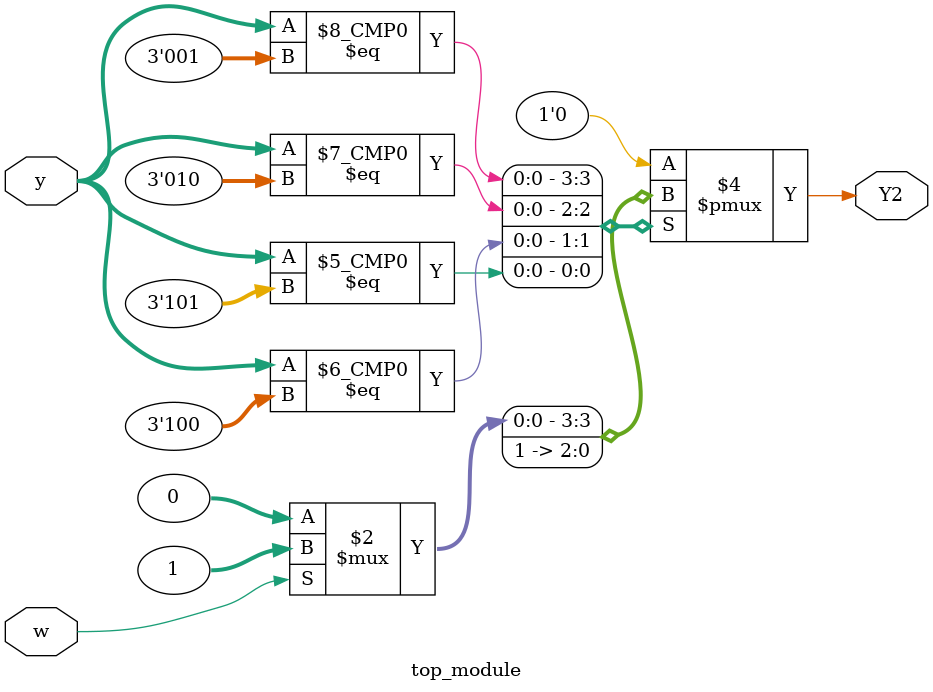
<source format=sv>
module top_module(
    input [3:1] y,
    input w,
    output reg Y2);

    always @(*) begin
        case (y)
            3'b000: Y2 = 0;              // A -> y = 000
            3'b001: Y2 = w ? 1 : 0;      // B -> y = 001
            3'b010: Y2 = 1;              // C -> y = 010
            3'b011: Y2 = 0;              // D -> y = 011
            3'b100: Y2 = 1;              // E -> y = 100
            3'b101: Y2 = 1;              // F -> y = 101
            default: Y2 = 0;             // Default case
        endcase
    end

endmodule

</source>
